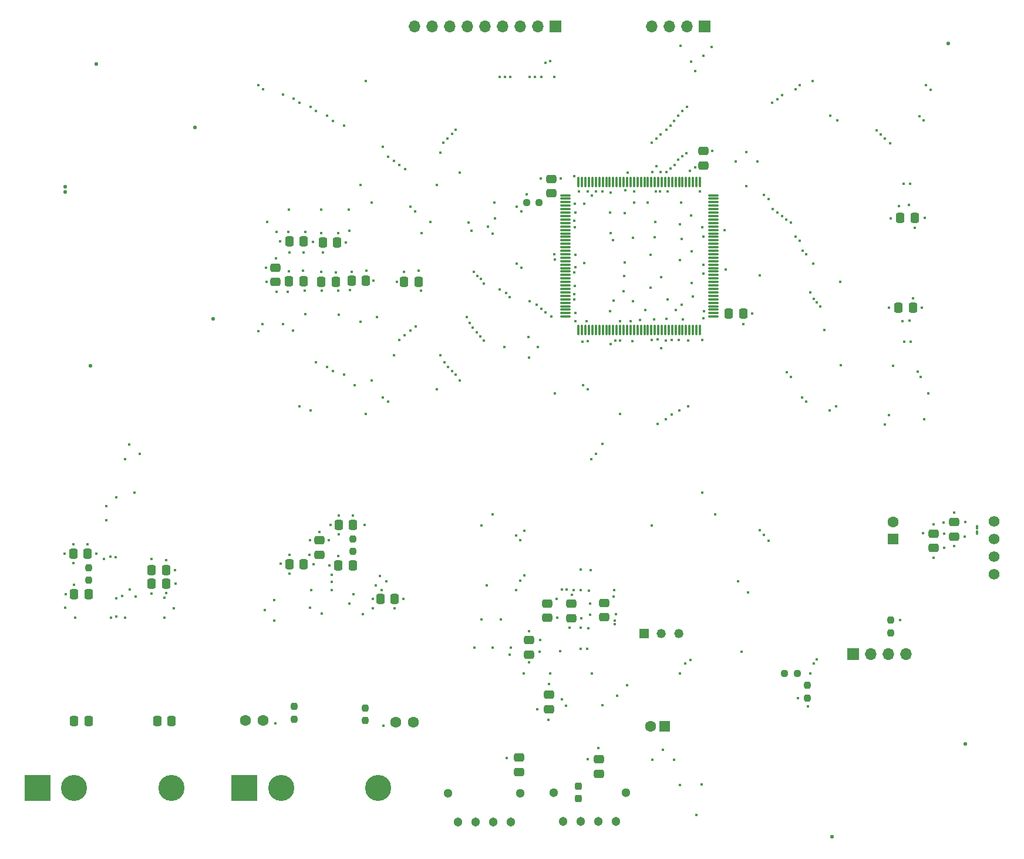
<source format=gbs>
G04 #@! TF.GenerationSoftware,KiCad,Pcbnew,8.0.5*
G04 #@! TF.CreationDate,2024-11-21T16:22:07-05:00*
G04 #@! TF.ProjectId,PCB_Order3,5043425f-4f72-4646-9572-332e6b696361,rev?*
G04 #@! TF.SameCoordinates,Original*
G04 #@! TF.FileFunction,Soldermask,Bot*
G04 #@! TF.FilePolarity,Negative*
%FSLAX46Y46*%
G04 Gerber Fmt 4.6, Leading zero omitted, Abs format (unit mm)*
G04 Created by KiCad (PCBNEW 8.0.5) date 2024-11-21 16:22:07*
%MOMM*%
%LPD*%
G01*
G04 APERTURE LIST*
G04 Aperture macros list*
%AMRoundRect*
0 Rectangle with rounded corners*
0 $1 Rounding radius*
0 $2 $3 $4 $5 $6 $7 $8 $9 X,Y pos of 4 corners*
0 Add a 4 corners polygon primitive as box body*
4,1,4,$2,$3,$4,$5,$6,$7,$8,$9,$2,$3,0*
0 Add four circle primitives for the rounded corners*
1,1,$1+$1,$2,$3*
1,1,$1+$1,$4,$5*
1,1,$1+$1,$6,$7*
1,1,$1+$1,$8,$9*
0 Add four rect primitives between the rounded corners*
20,1,$1+$1,$2,$3,$4,$5,0*
20,1,$1+$1,$4,$5,$6,$7,0*
20,1,$1+$1,$6,$7,$8,$9,0*
20,1,$1+$1,$8,$9,$2,$3,0*%
G04 Aperture macros list end*
%ADD10C,1.303000*%
%ADD11C,1.300000*%
%ADD12R,1.700000X1.700000*%
%ADD13O,1.700000X1.700000*%
%ADD14C,1.600000*%
%ADD15C,1.574800*%
%ADD16R,1.600000X1.600000*%
%ADD17R,1.320800X1.320800*%
%ADD18C,1.320800*%
%ADD19R,3.765000X3.765000*%
%ADD20C,3.765000*%
%ADD21RoundRect,0.250000X0.337500X0.475000X-0.337500X0.475000X-0.337500X-0.475000X0.337500X-0.475000X0*%
%ADD22RoundRect,0.100000X0.100000X-0.217500X0.100000X0.217500X-0.100000X0.217500X-0.100000X-0.217500X0*%
%ADD23RoundRect,0.237500X0.250000X0.237500X-0.250000X0.237500X-0.250000X-0.237500X0.250000X-0.237500X0*%
%ADD24RoundRect,0.250000X0.475000X-0.337500X0.475000X0.337500X-0.475000X0.337500X-0.475000X-0.337500X0*%
%ADD25RoundRect,0.237500X-0.237500X0.300000X-0.237500X-0.300000X0.237500X-0.300000X0.237500X0.300000X0*%
%ADD26RoundRect,0.237500X-0.237500X0.250000X-0.237500X-0.250000X0.237500X-0.250000X0.237500X0.250000X0*%
%ADD27RoundRect,0.250000X-0.337500X-0.475000X0.337500X-0.475000X0.337500X0.475000X-0.337500X0.475000X0*%
%ADD28RoundRect,0.237500X-0.250000X-0.237500X0.250000X-0.237500X0.250000X0.237500X-0.250000X0.237500X0*%
%ADD29RoundRect,0.250000X-0.475000X0.337500X-0.475000X-0.337500X0.475000X-0.337500X0.475000X0.337500X0*%
%ADD30RoundRect,0.075000X-0.662500X-0.075000X0.662500X-0.075000X0.662500X0.075000X-0.662500X0.075000X0*%
%ADD31RoundRect,0.075000X-0.075000X-0.662500X0.075000X-0.662500X0.075000X0.662500X-0.075000X0.662500X0*%
%ADD32RoundRect,0.237500X0.237500X-0.250000X0.237500X0.250000X-0.237500X0.250000X-0.237500X-0.250000X0*%
%ADD33C,0.450000*%
%ADD34C,0.550000*%
G04 APERTURE END LIST*
D10*
X164680000Y-140850000D03*
X167220000Y-140850000D03*
X169760000Y-140850000D03*
X172300000Y-140850000D03*
D11*
X173690000Y-136650000D03*
X163290000Y-136650000D03*
D12*
X206480000Y-116710000D03*
D13*
X209020000Y-116710000D03*
X211560000Y-116710000D03*
X214100000Y-116710000D03*
D14*
X140540000Y-126530000D03*
X143040000Y-126530000D03*
D10*
X149480000Y-140925000D03*
X152020000Y-140925000D03*
X154560000Y-140925000D03*
X157100000Y-140925000D03*
D11*
X148090000Y-136725000D03*
X158490000Y-136725000D03*
D15*
X226836150Y-97523400D03*
X226836150Y-100063400D03*
X226836150Y-102603400D03*
X226836150Y-105143400D03*
D16*
X179295113Y-127150000D03*
D14*
X177295113Y-127150000D03*
D16*
X212251150Y-100120780D03*
D14*
X212251150Y-97620780D03*
D17*
X176325000Y-113750000D03*
D18*
X178825000Y-113750000D03*
X181325000Y-113750000D03*
D19*
X88875000Y-135975000D03*
D20*
X94175000Y-135975000D03*
X108175000Y-135975000D03*
D19*
X118700000Y-136000000D03*
D20*
X124000000Y-136000000D03*
X138000000Y-136000000D03*
D14*
X121380000Y-126250000D03*
X118880000Y-126250000D03*
D12*
X163600000Y-26200000D03*
D13*
X161060000Y-26200000D03*
X158520000Y-26200000D03*
X155980000Y-26200000D03*
X153440000Y-26200000D03*
X150900000Y-26200000D03*
X148360000Y-26200000D03*
X145820000Y-26200000D03*
X143280000Y-26200000D03*
D12*
X185050000Y-26200000D03*
D13*
X182510000Y-26200000D03*
X179970000Y-26200000D03*
X177430000Y-26200000D03*
D21*
X134387500Y-98100000D03*
X132312500Y-98100000D03*
D22*
X224381150Y-99205900D03*
X224381150Y-98390900D03*
D23*
X198437500Y-119500000D03*
X196612500Y-119500000D03*
D24*
X162950000Y-50247500D03*
X162950000Y-48172500D03*
D25*
X166900000Y-135787500D03*
X166900000Y-137512500D03*
D24*
X162600000Y-124637500D03*
X162600000Y-122562500D03*
D26*
X125875000Y-124262500D03*
X125875000Y-126087500D03*
D21*
X127212500Y-62950000D03*
X125137500Y-62950000D03*
X132087500Y-57350000D03*
X130012500Y-57350000D03*
D27*
X105337500Y-106575000D03*
X107412500Y-106575000D03*
D26*
X96300000Y-104212500D03*
X96300000Y-106037500D03*
D24*
X165875000Y-111512500D03*
X165875000Y-109437500D03*
D21*
X215357500Y-53830000D03*
X213282500Y-53830000D03*
D28*
X159387500Y-51560000D03*
X161212500Y-51560000D03*
D27*
X188550000Y-67625000D03*
X190625000Y-67625000D03*
D26*
X136150000Y-124462500D03*
X136150000Y-126287500D03*
D24*
X129550000Y-102387500D03*
X129550000Y-100312500D03*
D21*
X131887500Y-62975000D03*
X129812500Y-62975000D03*
D29*
X158300000Y-131612500D03*
X158300000Y-133687500D03*
D24*
X159725000Y-116762500D03*
X159725000Y-114687500D03*
D21*
X140387500Y-108750000D03*
X138312500Y-108750000D03*
X127262500Y-103725000D03*
X125187500Y-103725000D03*
X96112500Y-102250000D03*
X94037500Y-102250000D03*
D29*
X123175000Y-60962500D03*
X123175000Y-63037500D03*
D27*
X105337500Y-104575000D03*
X107412500Y-104575000D03*
D30*
X164987500Y-68035000D03*
X164987500Y-67535000D03*
X164987499Y-67035000D03*
X164987500Y-66535000D03*
X164987500Y-66035000D03*
X164987500Y-65534999D03*
X164987500Y-65035000D03*
X164987500Y-64535001D03*
X164987500Y-64035000D03*
X164987500Y-63535000D03*
X164987500Y-63034999D03*
X164987500Y-62535000D03*
X164987500Y-62035000D03*
X164987500Y-61535000D03*
X164987500Y-61035000D03*
X164987499Y-60535000D03*
X164987500Y-60035000D03*
X164987500Y-59535000D03*
X164987500Y-59035000D03*
X164987500Y-58535000D03*
X164987499Y-58035000D03*
X164987500Y-57535000D03*
X164987500Y-57035000D03*
X164987500Y-56535000D03*
X164987500Y-56035000D03*
X164987500Y-55535001D03*
X164987500Y-55035000D03*
X164987500Y-54535000D03*
X164987500Y-54034999D03*
X164987500Y-53535000D03*
X164987500Y-53035001D03*
X164987500Y-52535000D03*
X164987500Y-52035000D03*
X164987499Y-51535000D03*
X164987500Y-51035000D03*
X164987500Y-50535000D03*
D31*
X166900000Y-48622500D03*
X167400000Y-48622500D03*
X167900000Y-48622499D03*
X168400000Y-48622500D03*
X168900000Y-48622500D03*
X169400001Y-48622500D03*
X169900000Y-48622500D03*
X170399999Y-48622500D03*
X170900000Y-48622500D03*
X171400000Y-48622500D03*
X171900001Y-48622500D03*
X172400000Y-48622500D03*
X172900000Y-48622500D03*
X173400000Y-48622500D03*
X173900000Y-48622500D03*
X174400000Y-48622499D03*
X174900000Y-48622500D03*
X175400000Y-48622500D03*
X175900000Y-48622500D03*
X176400000Y-48622500D03*
X176900000Y-48622499D03*
X177400000Y-48622500D03*
X177900000Y-48622500D03*
X178400000Y-48622500D03*
X178900000Y-48622500D03*
X179399999Y-48622500D03*
X179900000Y-48622500D03*
X180400000Y-48622500D03*
X180900001Y-48622500D03*
X181400000Y-48622500D03*
X181899999Y-48622500D03*
X182400000Y-48622500D03*
X182900000Y-48622500D03*
X183400000Y-48622499D03*
X183900000Y-48622500D03*
X184400000Y-48622500D03*
D30*
X186312500Y-50535000D03*
X186312500Y-51035000D03*
X186312501Y-51535000D03*
X186312500Y-52035000D03*
X186312500Y-52535000D03*
X186312500Y-53035001D03*
X186312500Y-53535000D03*
X186312500Y-54034999D03*
X186312500Y-54535000D03*
X186312500Y-55035000D03*
X186312500Y-55535001D03*
X186312500Y-56035000D03*
X186312500Y-56535000D03*
X186312500Y-57035000D03*
X186312500Y-57535000D03*
X186312501Y-58035000D03*
X186312500Y-58535000D03*
X186312500Y-59035000D03*
X186312500Y-59535000D03*
X186312500Y-60035000D03*
X186312501Y-60535000D03*
X186312500Y-61035000D03*
X186312500Y-61535000D03*
X186312500Y-62035000D03*
X186312500Y-62535000D03*
X186312500Y-63034999D03*
X186312500Y-63535000D03*
X186312500Y-64035000D03*
X186312500Y-64535001D03*
X186312500Y-65035000D03*
X186312500Y-65534999D03*
X186312500Y-66035000D03*
X186312500Y-66535000D03*
X186312501Y-67035000D03*
X186312500Y-67535000D03*
X186312500Y-68035000D03*
D31*
X184400000Y-69947500D03*
X183900000Y-69947500D03*
X183400000Y-69947501D03*
X182900000Y-69947500D03*
X182400000Y-69947500D03*
X181899999Y-69947500D03*
X181400000Y-69947500D03*
X180900001Y-69947500D03*
X180400000Y-69947500D03*
X179900000Y-69947500D03*
X179399999Y-69947500D03*
X178900000Y-69947500D03*
X178400000Y-69947500D03*
X177900000Y-69947500D03*
X177400000Y-69947500D03*
X176900000Y-69947501D03*
X176400000Y-69947500D03*
X175900000Y-69947500D03*
X175400000Y-69947500D03*
X174900000Y-69947500D03*
X174400000Y-69947501D03*
X173900000Y-69947500D03*
X173400000Y-69947500D03*
X172900000Y-69947500D03*
X172400000Y-69947500D03*
X171900001Y-69947500D03*
X171400000Y-69947500D03*
X170900000Y-69947500D03*
X170399999Y-69947500D03*
X169900000Y-69947500D03*
X169400001Y-69947500D03*
X168900000Y-69947500D03*
X168400000Y-69947500D03*
X167900000Y-69947501D03*
X167400000Y-69947500D03*
X166900000Y-69947500D03*
D21*
X215132500Y-66780000D03*
X213057500Y-66780000D03*
D24*
X169800000Y-133962500D03*
X169800000Y-131887500D03*
D29*
X170625000Y-109312500D03*
X170625000Y-111387500D03*
X218081150Y-99320900D03*
X218081150Y-101395900D03*
D27*
X132262500Y-103950000D03*
X134337500Y-103950000D03*
D29*
X162350000Y-109387500D03*
X162350000Y-111462500D03*
D24*
X184875000Y-46247500D03*
X184875000Y-44172500D03*
D29*
X221051150Y-97670900D03*
X221051150Y-99745900D03*
D27*
X94162500Y-108075000D03*
X96237500Y-108075000D03*
D26*
X134375000Y-100062500D03*
X134375000Y-101887500D03*
D21*
X143812500Y-63000000D03*
X141737500Y-63000000D03*
D27*
X125187500Y-57200000D03*
X127262500Y-57200000D03*
X94152500Y-126340000D03*
X96227500Y-126340000D03*
D32*
X199925000Y-123037500D03*
X199925000Y-121212500D03*
D26*
X211920000Y-111807500D03*
X211920000Y-113632500D03*
D21*
X136262500Y-62875000D03*
X134187500Y-62875000D03*
X108227500Y-126310000D03*
X106152500Y-126310000D03*
D33*
X162775000Y-119500000D03*
X181500000Y-119500000D03*
X158975000Y-119500000D03*
X181500000Y-135600000D03*
X168825000Y-119500000D03*
X102825000Y-93400000D03*
X184725000Y-93375000D03*
X184725000Y-71400000D03*
X166325000Y-63600000D03*
X219591150Y-101348400D03*
X134187500Y-61550000D03*
X159725000Y-117900000D03*
X105350000Y-103000000D03*
X100175000Y-102700000D03*
X177925000Y-54400000D03*
X174920000Y-51570000D03*
X213100000Y-52060000D03*
X131275000Y-105250000D03*
X176550000Y-67050000D03*
X96110000Y-100870000D03*
X133900000Y-64225000D03*
X166250000Y-54250000D03*
X134475000Y-108075000D03*
X168600000Y-109400000D03*
X166450000Y-59150000D03*
X105350000Y-107950000D03*
X144200000Y-64275000D03*
X179725000Y-49985000D03*
X143850000Y-61450000D03*
X171900000Y-56975000D03*
X121950000Y-63050000D03*
X127250000Y-58750000D03*
X129812500Y-61550000D03*
X132250000Y-55975000D03*
X221061150Y-101088400D03*
X128675000Y-103725000D03*
X156190000Y-72400000D03*
X102175000Y-107400000D03*
X164525000Y-123200000D03*
X171450000Y-67250000D03*
X211920000Y-53880000D03*
X168200000Y-49960000D03*
X170325000Y-124100000D03*
X213595000Y-68705000D03*
X127475000Y-55800000D03*
X131275000Y-106275000D03*
X128070000Y-102350000D03*
X166280000Y-64830000D03*
X166250000Y-65534999D03*
X162675000Y-121025000D03*
X171950000Y-108425000D03*
X166350000Y-51760000D03*
X163700000Y-108775000D03*
X98775000Y-97425000D03*
X213290000Y-111790000D03*
X156950000Y-116750001D03*
X184900000Y-68300000D03*
X172850000Y-68675000D03*
X165950000Y-108150000D03*
X184875000Y-61825000D03*
X222581150Y-99728400D03*
X218091150Y-102818400D03*
X177250000Y-59150000D03*
X136075000Y-98100000D03*
X173600000Y-53150000D03*
X174890000Y-49940000D03*
X168025000Y-68650000D03*
X125137500Y-61462500D03*
X211620000Y-66780000D03*
X181950000Y-68450000D03*
X181650000Y-51550000D03*
X133350000Y-57350000D03*
X134390000Y-96730000D03*
X181630000Y-29000000D03*
X213840000Y-71670000D03*
X173450000Y-62200000D03*
X166425000Y-68700000D03*
X183250000Y-63150000D03*
X159400000Y-50360000D03*
X172025000Y-107425000D03*
X181750000Y-56850000D03*
X184425000Y-49975000D03*
X177775000Y-68475000D03*
X213810000Y-48850000D03*
X124950000Y-64425000D03*
X97390000Y-102220000D03*
X166325000Y-55150000D03*
X129850000Y-64325000D03*
X166210000Y-107430000D03*
X184900000Y-56525000D03*
X191070000Y-49210000D03*
X168160000Y-115940000D03*
X123350000Y-64450000D03*
X103650000Y-87785000D03*
X169375000Y-87785000D03*
X169375000Y-49960000D03*
X101125000Y-108325000D03*
X99502775Y-111477223D03*
X101475000Y-88610000D03*
X168750000Y-88560000D03*
X168800000Y-50585000D03*
X102125000Y-86435000D03*
X170312500Y-86422500D03*
X170375000Y-49985000D03*
X121850000Y-60960000D03*
X198570000Y-123040000D03*
X168650000Y-104600000D03*
X168420000Y-107530000D03*
X177570000Y-131900000D03*
X178030000Y-49980000D03*
X101550000Y-111450000D03*
X172250000Y-110975000D03*
X191900000Y-67625000D03*
X167170000Y-115960000D03*
X164250000Y-116275000D03*
X100260000Y-108610000D03*
X131000000Y-103930000D03*
X127150000Y-61450000D03*
X131300000Y-107450000D03*
X98790000Y-95390000D03*
X172470000Y-122710000D03*
X132340000Y-67790000D03*
X189590000Y-45680000D03*
X167750000Y-51750000D03*
X159740000Y-73910000D03*
X131887500Y-61650000D03*
X92820000Y-102210000D03*
X174750000Y-56625000D03*
X167180000Y-104480000D03*
X173995727Y-47263513D03*
X177260000Y-63880000D03*
X187950000Y-55550000D03*
X130050000Y-58750000D03*
X171510000Y-56030000D03*
X94040000Y-100870000D03*
X107170000Y-108540000D03*
X133730000Y-52620000D03*
X183250000Y-58650000D03*
X123010000Y-111880000D03*
X166410000Y-60900000D03*
X133850000Y-55650000D03*
X167250000Y-112900000D03*
X161425000Y-48110000D03*
X162575000Y-126200000D03*
X131120000Y-98080000D03*
X121970000Y-54390000D03*
X160970000Y-124630000D03*
X132320000Y-99440000D03*
X216820000Y-53780000D03*
X141730000Y-61570000D03*
X140400000Y-110110000D03*
X174750000Y-65850000D03*
X128320000Y-107440000D03*
X218081150Y-97958400D03*
X219561150Y-97688400D03*
X214780000Y-71620000D03*
X169790000Y-130280000D03*
X167325000Y-111550000D03*
X172105913Y-112380913D03*
X214750000Y-48890000D03*
X184975000Y-67275000D03*
X141670000Y-108730000D03*
X184900000Y-30420000D03*
X107420000Y-107890000D03*
X173375000Y-64400000D03*
X165100000Y-124125000D03*
X184875000Y-60525000D03*
X108500000Y-110050000D03*
X103000000Y-108400000D03*
X123275000Y-59650000D03*
X128170000Y-100290000D03*
X191050000Y-44330000D03*
D34*
X96530000Y-75100000D03*
D33*
X123375000Y-55850000D03*
X222641150Y-97658400D03*
X166250000Y-47750000D03*
X108740000Y-104550000D03*
X166280000Y-61620000D03*
X179060000Y-130530000D03*
X123970000Y-103690000D03*
X121650000Y-110360000D03*
X94160000Y-106690000D03*
X171525000Y-50150000D03*
X171940000Y-65750000D03*
X107410000Y-103160000D03*
X173650000Y-49850000D03*
X100240000Y-94070000D03*
X154510000Y-115800000D03*
X161070000Y-72420000D03*
X92910000Y-110030000D03*
X214519448Y-51926175D03*
X137300000Y-62875000D03*
X165200000Y-107400000D03*
X125250000Y-58750000D03*
X98500000Y-102975000D03*
X168250000Y-131875000D03*
X199940000Y-124230000D03*
X166450000Y-67537500D03*
X132300000Y-96750000D03*
X128620000Y-57280000D03*
X94050000Y-103590000D03*
X215110000Y-65350000D03*
X140700000Y-63000000D03*
X179730000Y-65570000D03*
X219591150Y-99298400D03*
X184750000Y-55150000D03*
X132270000Y-102580000D03*
X163800000Y-111475000D03*
X132225000Y-64325000D03*
X186130000Y-29110000D03*
X137270000Y-110060000D03*
X190375000Y-116350000D03*
D34*
X220210000Y-28620000D03*
D33*
X181560000Y-54690000D03*
X159720000Y-113370000D03*
X164350000Y-48150000D03*
X168350000Y-113000000D03*
X174670000Y-71580000D03*
X127470000Y-67650000D03*
X216440000Y-66770000D03*
X183350000Y-65150000D03*
X177890000Y-56540000D03*
D34*
X97380000Y-31570000D03*
D33*
X176850000Y-51550000D03*
X173600000Y-60250000D03*
X168600000Y-111025000D03*
X99430339Y-102610641D03*
X171475000Y-53050000D03*
X92930000Y-108040000D03*
X129750000Y-56000000D03*
D34*
X111570000Y-40730000D03*
D33*
X181750000Y-66360000D03*
X151850000Y-115800000D03*
X107190000Y-111470000D03*
X178850000Y-62350000D03*
X172150000Y-111850000D03*
X161320000Y-116320000D03*
X189930000Y-106210000D03*
X179560000Y-68350000D03*
X188150000Y-61200000D03*
X186200000Y-44160000D03*
X190630000Y-69100000D03*
X164525000Y-107375000D03*
X175730000Y-68540000D03*
X136270000Y-61440000D03*
X130900000Y-100280000D03*
X192660000Y-45660000D03*
X166460000Y-53060000D03*
X167200000Y-107450000D03*
X129760000Y-52580000D03*
X125150000Y-52570000D03*
X123840000Y-57190000D03*
X125180000Y-102380000D03*
X214620000Y-68630000D03*
X144250000Y-56025000D03*
X167700000Y-60300000D03*
D34*
X114220000Y-68390000D03*
D33*
X191375000Y-107800000D03*
X125200000Y-105060000D03*
X161340000Y-114670000D03*
X94280000Y-111470000D03*
X129560000Y-99080000D03*
D34*
X92880000Y-49300000D03*
D33*
X181560000Y-59920000D03*
X180710000Y-131960000D03*
X221041150Y-96298400D03*
X123000000Y-108910000D03*
X183910000Y-139860000D03*
D34*
X203480000Y-143020000D03*
D33*
X166950000Y-49950000D03*
X145540000Y-54370000D03*
X125012500Y-55812500D03*
X157175000Y-115800000D03*
X173900000Y-121200000D03*
D34*
X92890000Y-50100000D03*
D33*
X180950000Y-67050000D03*
X127450000Y-64325000D03*
X178655736Y-49940736D03*
D34*
X222700000Y-129610000D03*
D33*
X174450000Y-68650000D03*
X108780000Y-106550000D03*
X183150000Y-53450000D03*
X184640000Y-135520000D03*
X135800000Y-110920000D03*
X216541150Y-99288400D03*
X159680000Y-70950000D03*
X215400000Y-55230000D03*
X165620000Y-112850000D03*
X100225000Y-111275000D03*
X154500000Y-96560000D03*
X186575000Y-96560000D03*
X154500000Y-56110001D03*
X138800000Y-127010000D03*
X137200000Y-108700000D03*
X159050000Y-105375000D03*
X159050000Y-98875000D03*
X193050000Y-62075000D03*
X138225000Y-105425000D03*
X193050000Y-98850000D03*
X153800000Y-55050000D03*
X137675000Y-106800000D03*
X153700000Y-106800000D03*
X193650000Y-50475000D03*
X157900000Y-99600000D03*
X157900000Y-107450000D03*
X193600000Y-99475000D03*
X138475000Y-107475000D03*
X123170000Y-126660000D03*
X139175000Y-106175000D03*
X158475000Y-106125000D03*
X194300000Y-51050000D03*
X194300000Y-100350000D03*
X158475000Y-100275000D03*
X133850000Y-109400000D03*
X128150000Y-110000000D03*
X129900000Y-110875000D03*
X198175000Y-35225000D03*
X198175000Y-56525000D03*
X217645000Y-35355000D03*
X121310000Y-69150000D03*
X124250000Y-69140000D03*
X121410000Y-35225000D03*
X210445000Y-41765000D03*
X148650000Y-75860000D03*
X178700000Y-41735000D03*
X178700000Y-47185000D03*
X131450000Y-75860000D03*
X148650000Y-41700000D03*
X178275000Y-83525000D03*
X178275000Y-71300000D03*
X211095000Y-83555000D03*
X179550000Y-41085000D03*
X179550000Y-47160000D03*
X209863388Y-41190000D03*
X149200000Y-41050000D03*
X149200000Y-76435000D03*
X133050000Y-76435000D03*
X120700000Y-70120000D03*
X217020000Y-34630000D03*
X120700000Y-34620000D03*
X125740000Y-70080000D03*
X198775000Y-57125000D03*
X198750000Y-34625000D03*
X211670000Y-82205000D03*
X180350000Y-82125000D03*
X180325000Y-71425000D03*
X178100000Y-42335000D03*
X211095000Y-42365000D03*
X178100000Y-46335000D03*
X130650000Y-75335000D03*
X148000000Y-42335000D03*
X148050000Y-75335000D03*
X179450000Y-82800000D03*
X179475000Y-71525000D03*
X216745000Y-82830000D03*
X211845000Y-43015000D03*
X129050000Y-74585000D03*
X177475000Y-42935000D03*
X177500000Y-47210000D03*
X147400000Y-42950000D03*
X147550000Y-74585000D03*
X216270000Y-76755000D03*
X197550000Y-54500000D03*
X197550000Y-76725000D03*
X212295000Y-75105000D03*
X204700000Y-75075000D03*
X204650000Y-63050000D03*
X163525000Y-79110000D03*
X163453435Y-59808096D03*
X217370000Y-79140000D03*
X128250000Y-81525000D03*
X203200000Y-39050000D03*
X181375000Y-71425000D03*
X203150000Y-81600000D03*
X216045000Y-39105000D03*
X181400000Y-81525000D03*
X196850000Y-54025000D03*
X196925000Y-76050000D03*
X215770000Y-76005000D03*
X216620000Y-39730000D03*
X126650000Y-80925000D03*
X204065000Y-80925000D03*
X182675000Y-71450000D03*
X204200000Y-39700000D03*
X182700000Y-80925000D03*
X151650000Y-69585000D03*
X151809128Y-61614040D03*
X143450000Y-69460000D03*
X182975000Y-47010000D03*
X183125000Y-31250000D03*
X139450000Y-44985000D03*
X181900000Y-38360000D03*
X129050000Y-38360000D03*
X181875000Y-44935000D03*
X181300000Y-39060000D03*
X130650000Y-39060000D03*
X181300000Y-45435000D03*
X168225000Y-71600000D03*
X146450000Y-78550000D03*
X146427085Y-49075000D03*
X135450000Y-49075000D03*
X168225000Y-78535000D03*
X141050000Y-46150000D03*
X152300000Y-62150000D03*
X152200000Y-70325000D03*
X142650000Y-70085000D03*
X152800000Y-62600000D03*
X152750000Y-70900000D03*
X141850000Y-70685000D03*
X154850000Y-53900000D03*
X137050000Y-51610000D03*
X154800000Y-51610000D03*
X196225000Y-53575000D03*
X124250000Y-36025000D03*
X196225000Y-36100000D03*
X153275000Y-71500000D03*
X153250000Y-63300000D03*
X141050000Y-71435000D03*
X141860000Y-46760000D03*
X180150000Y-46635000D03*
X180150000Y-40510000D03*
X133050000Y-40535000D03*
X199750000Y-59075000D03*
X139450000Y-80325000D03*
X199750000Y-80325000D03*
X140250000Y-45585000D03*
X182450000Y-44435654D03*
X128250000Y-37785000D03*
X182550000Y-37760000D03*
X195575000Y-36700000D03*
X125850000Y-36625000D03*
X195600000Y-53025000D03*
X149750000Y-77210000D03*
X149800000Y-47300000D03*
X137050000Y-77210000D03*
X137850000Y-68060000D03*
X150775000Y-68060000D03*
X151043332Y-54475000D03*
X180725000Y-46135000D03*
X131450000Y-39810000D03*
X180700000Y-39810000D03*
X143350000Y-52885000D03*
X158650000Y-52885000D03*
X158635533Y-60964467D03*
X167477588Y-71662285D03*
X167550000Y-77960000D03*
X134650000Y-77925000D03*
X199150000Y-79685000D03*
X199200000Y-58535000D03*
X138650000Y-79685000D03*
X142650000Y-52185000D03*
X157950000Y-60350000D03*
X157950000Y-52185000D03*
X135425000Y-68735000D03*
X151250000Y-68935000D03*
X151500000Y-55625000D03*
X136250000Y-34050000D03*
X200680000Y-34050000D03*
X200780000Y-60430000D03*
X172925000Y-82100000D03*
X172925000Y-71475000D03*
X136250000Y-82100000D03*
X126660000Y-37185000D03*
X194850000Y-37185000D03*
X194875000Y-52550000D03*
X146950000Y-44385000D03*
X147000000Y-73585000D03*
X140250000Y-73585000D03*
X202364522Y-69947500D03*
X171545758Y-72015153D03*
X201746827Y-66535000D03*
X172175552Y-71446175D03*
X155675000Y-111700000D03*
X177475000Y-98175000D03*
X177450000Y-71425000D03*
X152900000Y-98175000D03*
X152875000Y-111675000D03*
X183700000Y-32650000D03*
X183700000Y-46494468D03*
X160825000Y-66285000D03*
X160600000Y-33475000D03*
X178850000Y-72550000D03*
X200300000Y-64535001D03*
X200300000Y-119500000D03*
X201250000Y-117475000D03*
X201246827Y-66010000D03*
X183050000Y-117500000D03*
X159849997Y-33475000D03*
X159875000Y-65770542D03*
X182275000Y-118075000D03*
X200825000Y-65510000D03*
X200825000Y-118075000D03*
X162125000Y-67460000D03*
X162125000Y-31400000D03*
X157025000Y-33475000D03*
X157000000Y-65185000D03*
X161550000Y-66869370D03*
X161550000Y-33475000D03*
X156425000Y-64585000D03*
X156274997Y-33475000D03*
X138650000Y-43585000D03*
X155524994Y-33475000D03*
X155550000Y-64110000D03*
X156540000Y-131710000D03*
X162950000Y-67985000D03*
X162851000Y-31211778D03*
X163400000Y-59060000D03*
X163400000Y-33475000D03*
M02*

</source>
